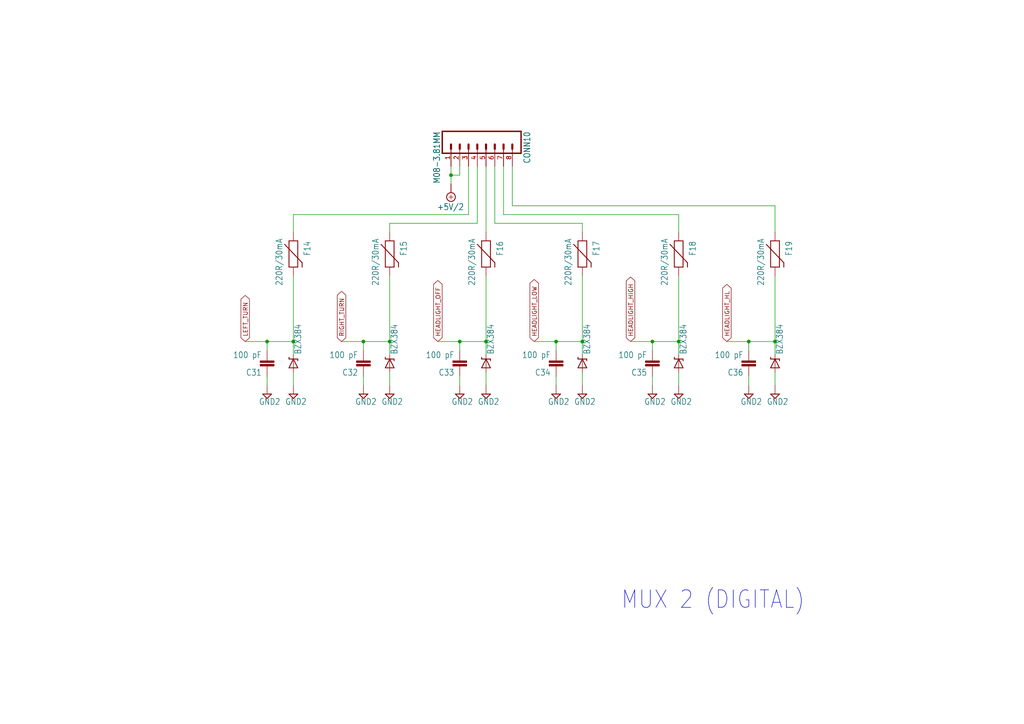
<source format=kicad_sch>
(kicad_sch
	(version 20231120)
	(generator "eeschema")
	(generator_version "8.0")
	(uuid "dde609b8-f64b-4197-ace3-0bae9770d133")
	(paper "A4")
	(lib_symbols
		(symbol "sim-daq-eagle-import:+5V/2"
			(power)
			(exclude_from_sim no)
			(in_bom yes)
			(on_board yes)
			(property "Reference" "#SUPPLY"
				(at 0 0 0)
				(effects
					(font
						(size 1.27 1.27)
					)
					(hide yes)
				)
			)
			(property "Value" ""
				(at -3.81 3.175 0)
				(effects
					(font
						(size 1.778 1.5113)
					)
					(justify left bottom)
				)
			)
			(property "Footprint" ""
				(at 0 0 0)
				(effects
					(font
						(size 1.27 1.27)
					)
					(hide yes)
				)
			)
			(property "Datasheet" ""
				(at 0 0 0)
				(effects
					(font
						(size 1.27 1.27)
					)
					(hide yes)
				)
			)
			(property "Description" "SUPPLY SYMBOL"
				(at 0 0 0)
				(effects
					(font
						(size 1.27 1.27)
					)
					(hide yes)
				)
			)
			(property "ki_locked" ""
				(at 0 0 0)
				(effects
					(font
						(size 1.27 1.27)
					)
				)
			)
			(symbol "+5V/2_1_0"
				(polyline
					(pts
						(xy -0.635 1.27) (xy 0.635 1.27)
					)
					(stroke
						(width 0.1524)
						(type solid)
					)
					(fill
						(type none)
					)
				)
				(polyline
					(pts
						(xy 0 0.635) (xy 0 1.905)
					)
					(stroke
						(width 0.1524)
						(type solid)
					)
					(fill
						(type none)
					)
				)
				(circle
					(center 0 1.27)
					(radius 1.27)
					(stroke
						(width 0.254)
						(type solid)
					)
					(fill
						(type none)
					)
				)
				(pin power_in line
					(at 0 -2.54 90)
					(length 2.54)
					(name "+5V/2"
						(effects
							(font
								(size 0 0)
							)
						)
					)
					(number "1"
						(effects
							(font
								(size 0 0)
							)
						)
					)
				)
			)
		)
		(symbol "sim-daq-eagle-import:C-EUC0805"
			(exclude_from_sim no)
			(in_bom yes)
			(on_board yes)
			(property "Reference" "C"
				(at 1.524 0.381 0)
				(effects
					(font
						(size 1.778 1.5113)
					)
					(justify left bottom)
				)
			)
			(property "Value" ""
				(at 1.524 -4.699 0)
				(effects
					(font
						(size 1.778 1.5113)
					)
					(justify left bottom)
				)
			)
			(property "Footprint" "sim-daq:C0805"
				(at 0 0 0)
				(effects
					(font
						(size 1.27 1.27)
					)
					(hide yes)
				)
			)
			(property "Datasheet" ""
				(at 0 0 0)
				(effects
					(font
						(size 1.27 1.27)
					)
					(hide yes)
				)
			)
			(property "Description" "CAPACITOR, European symbol"
				(at 0 0 0)
				(effects
					(font
						(size 1.27 1.27)
					)
					(hide yes)
				)
			)
			(property "ki_locked" ""
				(at 0 0 0)
				(effects
					(font
						(size 1.27 1.27)
					)
				)
			)
			(symbol "C-EUC0805_1_0"
				(rectangle
					(start -2.032 -2.032)
					(end 2.032 -1.524)
					(stroke
						(width 0)
						(type default)
					)
					(fill
						(type outline)
					)
				)
				(rectangle
					(start -2.032 -1.016)
					(end 2.032 -0.508)
					(stroke
						(width 0)
						(type default)
					)
					(fill
						(type outline)
					)
				)
				(polyline
					(pts
						(xy 0 -2.54) (xy 0 -2.032)
					)
					(stroke
						(width 0.1524)
						(type solid)
					)
					(fill
						(type none)
					)
				)
				(polyline
					(pts
						(xy 0 0) (xy 0 -0.508)
					)
					(stroke
						(width 0.1524)
						(type solid)
					)
					(fill
						(type none)
					)
				)
				(pin passive line
					(at 0 2.54 270)
					(length 2.54)
					(name "1"
						(effects
							(font
								(size 0 0)
							)
						)
					)
					(number "1"
						(effects
							(font
								(size 0 0)
							)
						)
					)
				)
				(pin passive line
					(at 0 -5.08 90)
					(length 2.54)
					(name "2"
						(effects
							(font
								(size 0 0)
							)
						)
					)
					(number "2"
						(effects
							(font
								(size 0 0)
							)
						)
					)
				)
			)
		)
		(symbol "sim-daq-eagle-import:DIODE-ZENER-BZT52"
			(exclude_from_sim no)
			(in_bom yes)
			(on_board yes)
			(property "Reference" ""
				(at 2.54 0.4826 0)
				(effects
					(font
						(size 1.778 1.5113)
					)
					(justify left bottom)
					(hide yes)
				)
			)
			(property "Value" ""
				(at 2.54 -2.3114 0)
				(effects
					(font
						(size 1.778 1.5113)
					)
					(justify left bottom)
				)
			)
			(property "Footprint" "sim-daq:SOD-323"
				(at 0 0 0)
				(effects
					(font
						(size 1.27 1.27)
					)
					(hide yes)
				)
			)
			(property "Datasheet" ""
				(at 0 0 0)
				(effects
					(font
						(size 1.27 1.27)
					)
					(hide yes)
				)
			)
			(property "Description" "Zener Diode Production Part - 8199 3.4V Zener Voltage"
				(at 0 0 0)
				(effects
					(font
						(size 1.27 1.27)
					)
					(hide yes)
				)
			)
			(property "ki_locked" ""
				(at 0 0 0)
				(effects
					(font
						(size 1.27 1.27)
					)
				)
			)
			(symbol "DIODE-ZENER-BZT52_1_0"
				(polyline
					(pts
						(xy -1.27 -1.27) (xy 1.27 0)
					)
					(stroke
						(width 0.254)
						(type solid)
					)
					(fill
						(type none)
					)
				)
				(polyline
					(pts
						(xy -1.27 1.27) (xy -1.27 -1.27)
					)
					(stroke
						(width 0.254)
						(type solid)
					)
					(fill
						(type none)
					)
				)
				(polyline
					(pts
						(xy 1.27 -1.27) (xy 0.762 -1.27)
					)
					(stroke
						(width 0.254)
						(type solid)
					)
					(fill
						(type none)
					)
				)
				(polyline
					(pts
						(xy 1.27 0) (xy -1.27 1.27)
					)
					(stroke
						(width 0.254)
						(type solid)
					)
					(fill
						(type none)
					)
				)
				(polyline
					(pts
						(xy 1.27 0) (xy 1.27 -1.27)
					)
					(stroke
						(width 0.254)
						(type solid)
					)
					(fill
						(type none)
					)
				)
				(polyline
					(pts
						(xy 1.27 1.27) (xy 1.27 0)
					)
					(stroke
						(width 0.254)
						(type solid)
					)
					(fill
						(type none)
					)
				)
				(polyline
					(pts
						(xy 1.27 1.27) (xy 1.778 1.27)
					)
					(stroke
						(width 0.254)
						(type solid)
					)
					(fill
						(type none)
					)
				)
				(pin passive line
					(at -2.54 0 0)
					(length 2.54)
					(name "A"
						(effects
							(font
								(size 0 0)
							)
						)
					)
					(number "A"
						(effects
							(font
								(size 0 0)
							)
						)
					)
				)
				(pin passive line
					(at 2.54 0 180)
					(length 2.54)
					(name "C"
						(effects
							(font
								(size 0 0)
							)
						)
					)
					(number "C"
						(effects
							(font
								(size 0 0)
							)
						)
					)
				)
			)
		)
		(symbol "sim-daq-eagle-import:GND2"
			(power)
			(exclude_from_sim no)
			(in_bom yes)
			(on_board yes)
			(property "Reference" "#SUPPLY"
				(at 0 0 0)
				(effects
					(font
						(size 1.27 1.27)
					)
					(hide yes)
				)
			)
			(property "Value" ""
				(at -2.413 -3.175 0)
				(effects
					(font
						(size 1.778 1.5113)
					)
					(justify left bottom)
				)
			)
			(property "Footprint" ""
				(at 0 0 0)
				(effects
					(font
						(size 1.27 1.27)
					)
					(hide yes)
				)
			)
			(property "Datasheet" ""
				(at 0 0 0)
				(effects
					(font
						(size 1.27 1.27)
					)
					(hide yes)
				)
			)
			(property "Description" "SUPPLY SYMBOL"
				(at 0 0 0)
				(effects
					(font
						(size 1.27 1.27)
					)
					(hide yes)
				)
			)
			(property "ki_locked" ""
				(at 0 0 0)
				(effects
					(font
						(size 1.27 1.27)
					)
				)
			)
			(symbol "GND2_1_0"
				(polyline
					(pts
						(xy -1.27 0) (xy 1.27 0)
					)
					(stroke
						(width 0.254)
						(type solid)
					)
					(fill
						(type none)
					)
				)
				(polyline
					(pts
						(xy 0 -1.27) (xy -1.27 0)
					)
					(stroke
						(width 0.254)
						(type solid)
					)
					(fill
						(type none)
					)
				)
				(polyline
					(pts
						(xy 1.27 0) (xy 0 -1.27)
					)
					(stroke
						(width 0.254)
						(type solid)
					)
					(fill
						(type none)
					)
				)
				(pin power_in line
					(at 0 2.54 270)
					(length 2.54)
					(name "GND2"
						(effects
							(font
								(size 0 0)
							)
						)
					)
					(number "1"
						(effects
							(font
								(size 0 0)
							)
						)
					)
				)
			)
		)
		(symbol "sim-daq-eagle-import:M08-3.81MM"
			(exclude_from_sim no)
			(in_bom yes)
			(on_board yes)
			(property "Reference" "CONN"
				(at -2.54 21.082 0)
				(effects
					(font
						(size 1.778 1.5113)
					)
					(justify left bottom)
				)
			)
			(property "Value" ""
				(at -2.54 -5.08 0)
				(effects
					(font
						(size 1.778 1.5113)
					)
					(justify left bottom)
				)
			)
			(property "Footprint" "sim-daq:M08-3.81"
				(at 0 0 0)
				(effects
					(font
						(size 1.27 1.27)
					)
					(hide yes)
				)
			)
			(property "Datasheet" ""
				(at 0 0 0)
				(effects
					(font
						(size 1.27 1.27)
					)
					(hide yes)
				)
			)
			(property "Description" ""
				(at 0 0 0)
				(effects
					(font
						(size 1.27 1.27)
					)
					(hide yes)
				)
			)
			(property "ki_locked" ""
				(at 0 0 0)
				(effects
					(font
						(size 1.27 1.27)
					)
				)
			)
			(symbol "M08-3.81MM_1_0"
				(polyline
					(pts
						(xy -2.54 20.32) (xy -2.54 -2.54)
					)
					(stroke
						(width 0.4064)
						(type solid)
					)
					(fill
						(type none)
					)
				)
				(polyline
					(pts
						(xy -2.54 20.32) (xy 3.81 20.32)
					)
					(stroke
						(width 0.4064)
						(type solid)
					)
					(fill
						(type none)
					)
				)
				(polyline
					(pts
						(xy 1.27 0) (xy 2.54 0)
					)
					(stroke
						(width 0.6096)
						(type solid)
					)
					(fill
						(type none)
					)
				)
				(polyline
					(pts
						(xy 1.27 2.54) (xy 2.54 2.54)
					)
					(stroke
						(width 0.6096)
						(type solid)
					)
					(fill
						(type none)
					)
				)
				(polyline
					(pts
						(xy 1.27 5.08) (xy 2.54 5.08)
					)
					(stroke
						(width 0.6096)
						(type solid)
					)
					(fill
						(type none)
					)
				)
				(polyline
					(pts
						(xy 1.27 7.62) (xy 2.54 7.62)
					)
					(stroke
						(width 0.6096)
						(type solid)
					)
					(fill
						(type none)
					)
				)
				(polyline
					(pts
						(xy 1.27 10.16) (xy 2.54 10.16)
					)
					(stroke
						(width 0.6096)
						(type solid)
					)
					(fill
						(type none)
					)
				)
				(polyline
					(pts
						(xy 1.27 12.7) (xy 2.54 12.7)
					)
					(stroke
						(width 0.6096)
						(type solid)
					)
					(fill
						(type none)
					)
				)
				(polyline
					(pts
						(xy 1.27 15.24) (xy 2.54 15.24)
					)
					(stroke
						(width 0.6096)
						(type solid)
					)
					(fill
						(type none)
					)
				)
				(polyline
					(pts
						(xy 1.27 17.78) (xy 2.54 17.78)
					)
					(stroke
						(width 0.6096)
						(type solid)
					)
					(fill
						(type none)
					)
				)
				(polyline
					(pts
						(xy 3.81 -2.54) (xy -2.54 -2.54)
					)
					(stroke
						(width 0.4064)
						(type solid)
					)
					(fill
						(type none)
					)
				)
				(polyline
					(pts
						(xy 3.81 -2.54) (xy 3.81 20.32)
					)
					(stroke
						(width 0.4064)
						(type solid)
					)
					(fill
						(type none)
					)
				)
				(pin passive line
					(at 7.62 0 180)
					(length 5.08)
					(name "1"
						(effects
							(font
								(size 0 0)
							)
						)
					)
					(number "1"
						(effects
							(font
								(size 1.27 1.27)
							)
						)
					)
				)
				(pin passive line
					(at 7.62 2.54 180)
					(length 5.08)
					(name "2"
						(effects
							(font
								(size 0 0)
							)
						)
					)
					(number "2"
						(effects
							(font
								(size 1.27 1.27)
							)
						)
					)
				)
				(pin passive line
					(at 7.62 5.08 180)
					(length 5.08)
					(name "3"
						(effects
							(font
								(size 0 0)
							)
						)
					)
					(number "3"
						(effects
							(font
								(size 1.27 1.27)
							)
						)
					)
				)
				(pin passive line
					(at 7.62 7.62 180)
					(length 5.08)
					(name "4"
						(effects
							(font
								(size 0 0)
							)
						)
					)
					(number "4"
						(effects
							(font
								(size 1.27 1.27)
							)
						)
					)
				)
				(pin passive line
					(at 7.62 10.16 180)
					(length 5.08)
					(name "5"
						(effects
							(font
								(size 0 0)
							)
						)
					)
					(number "5"
						(effects
							(font
								(size 1.27 1.27)
							)
						)
					)
				)
				(pin passive line
					(at 7.62 12.7 180)
					(length 5.08)
					(name "6"
						(effects
							(font
								(size 0 0)
							)
						)
					)
					(number "6"
						(effects
							(font
								(size 1.27 1.27)
							)
						)
					)
				)
				(pin passive line
					(at 7.62 15.24 180)
					(length 5.08)
					(name "7"
						(effects
							(font
								(size 0 0)
							)
						)
					)
					(number "7"
						(effects
							(font
								(size 1.27 1.27)
							)
						)
					)
				)
				(pin passive line
					(at 7.62 17.78 180)
					(length 5.08)
					(name "8"
						(effects
							(font
								(size 0 0)
							)
						)
					)
					(number "8"
						(effects
							(font
								(size 1.27 1.27)
							)
						)
					)
				)
			)
		)
		(symbol "sim-daq-eagle-import:PTC0603"
			(exclude_from_sim no)
			(in_bom yes)
			(on_board yes)
			(property "Reference" "F"
				(at -2.54 3.048 0)
				(effects
					(font
						(size 1.778 1.5113)
					)
					(justify left bottom)
				)
			)
			(property "Value" ""
				(at -3.302 -5.08 0)
				(effects
					(font
						(size 1.778 1.5113)
					)
					(justify left bottom)
				)
			)
			(property "Footprint" "sim-daq:0603"
				(at 0 0 0)
				(effects
					(font
						(size 1.27 1.27)
					)
					(hide yes)
				)
			)
			(property "Datasheet" ""
				(at 0 0 0)
				(effects
					(font
						(size 1.27 1.27)
					)
					(hide yes)
				)
			)
			(property "Description" "Resettable Fuse PTC Resettable Fuse. Spark Fun Electronics SKU : COM-08357"
				(at 0 0 0)
				(effects
					(font
						(size 1.27 1.27)
					)
					(hide yes)
				)
			)
			(property "ki_locked" ""
				(at 0 0 0)
				(effects
					(font
						(size 1.27 1.27)
					)
				)
			)
			(symbol "PTC0603_1_0"
				(polyline
					(pts
						(xy -2.54 -1.27) (xy -2.54 1.27)
					)
					(stroke
						(width 0.254)
						(type solid)
					)
					(fill
						(type none)
					)
				)
				(polyline
					(pts
						(xy -2.54 1.27) (xy 5.08 1.27)
					)
					(stroke
						(width 0.254)
						(type solid)
					)
					(fill
						(type none)
					)
				)
				(polyline
					(pts
						(xy -1.524 -2.54) (xy 3.81 2.54)
					)
					(stroke
						(width 0.254)
						(type solid)
					)
					(fill
						(type none)
					)
				)
				(polyline
					(pts
						(xy 3.81 2.54) (xy 5.08 2.54)
					)
					(stroke
						(width 0.254)
						(type solid)
					)
					(fill
						(type none)
					)
				)
				(polyline
					(pts
						(xy 5.08 -1.27) (xy -2.54 -1.27)
					)
					(stroke
						(width 0.254)
						(type solid)
					)
					(fill
						(type none)
					)
				)
				(polyline
					(pts
						(xy 5.08 1.27) (xy 5.08 -1.27)
					)
					(stroke
						(width 0.254)
						(type solid)
					)
					(fill
						(type none)
					)
				)
				(pin bidirectional line
					(at -5.08 0 0)
					(length 2.54)
					(name "1"
						(effects
							(font
								(size 0 0)
							)
						)
					)
					(number "1"
						(effects
							(font
								(size 0 0)
							)
						)
					)
				)
				(pin bidirectional line
					(at 7.62 0 180)
					(length 2.54)
					(name "2"
						(effects
							(font
								(size 0 0)
							)
						)
					)
					(number "2"
						(effects
							(font
								(size 0 0)
							)
						)
					)
				)
			)
		)
	)
	(junction
		(at 224.79 99.06)
		(diameter 0)
		(color 0 0 0 0)
		(uuid "0927720e-9a12-4191-9411-8daacb166d22")
	)
	(junction
		(at 133.35 99.06)
		(diameter 0)
		(color 0 0 0 0)
		(uuid "2379509a-5ae3-43a7-bff9-8d85b0b45d1f")
	)
	(junction
		(at 113.03 99.06)
		(diameter 0)
		(color 0 0 0 0)
		(uuid "4c4136c2-2728-4317-8eae-c6abe157177c")
	)
	(junction
		(at 189.23 99.06)
		(diameter 0)
		(color 0 0 0 0)
		(uuid "5392b7d8-c583-4eea-9432-3a90fb849b1a")
	)
	(junction
		(at 85.09 99.06)
		(diameter 0)
		(color 0 0 0 0)
		(uuid "57e8dd5e-b3d3-488f-a6c8-5641156c91dd")
	)
	(junction
		(at 77.47 99.06)
		(diameter 0)
		(color 0 0 0 0)
		(uuid "621f13b5-4ec8-46c2-9342-280bdb02a883")
	)
	(junction
		(at 196.85 99.06)
		(diameter 0)
		(color 0 0 0 0)
		(uuid "863f1ef3-02eb-421f-893f-6f2c84b3cd3e")
	)
	(junction
		(at 140.97 99.06)
		(diameter 0)
		(color 0 0 0 0)
		(uuid "90a5c9af-5878-470a-89ad-1e0edb616081")
	)
	(junction
		(at 161.29 99.06)
		(diameter 0)
		(color 0 0 0 0)
		(uuid "98908955-9cca-485d-860c-fe7049f1cef1")
	)
	(junction
		(at 105.41 99.06)
		(diameter 0)
		(color 0 0 0 0)
		(uuid "996bfe90-8ca8-4db6-a2ce-f57a3235bb13")
	)
	(junction
		(at 217.17 99.06)
		(diameter 0)
		(color 0 0 0 0)
		(uuid "c9a283e5-6cc2-44a6-a675-b6297c6e1879")
	)
	(junction
		(at 168.91 99.06)
		(diameter 0)
		(color 0 0 0 0)
		(uuid "d7222f5e-b6c4-4915-9541-01f366dffc93")
	)
	(junction
		(at 130.81 50.8)
		(diameter 0)
		(color 0 0 0 0)
		(uuid "eebc51ca-fd04-4677-ad68-094c7cee8c04")
	)
	(wire
		(pts
			(xy 133.35 99.06) (xy 127 99.06)
		)
		(stroke
			(width 0.1524)
			(type solid)
		)
		(uuid "08a3d072-8fb4-4f4e-87c8-5ca6f17b4163")
	)
	(wire
		(pts
			(xy 113.03 67.31) (xy 113.03 64.77)
		)
		(stroke
			(width 0.1524)
			(type solid)
		)
		(uuid "096cd3c0-aa00-4c41-9c06-f5d03d132278")
	)
	(wire
		(pts
			(xy 224.79 111.76) (xy 224.79 107.95)
		)
		(stroke
			(width 0.1524)
			(type solid)
		)
		(uuid "111ab188-02e3-4de4-ad0b-d7797b040e13")
	)
	(wire
		(pts
			(xy 113.03 64.77) (xy 138.43 64.77)
		)
		(stroke
			(width 0.1524)
			(type solid)
		)
		(uuid "13a02855-58de-46d8-92d5-34ba54b6f7c1")
	)
	(wire
		(pts
			(xy 196.85 111.76) (xy 196.85 107.95)
		)
		(stroke
			(width 0.1524)
			(type solid)
		)
		(uuid "14d4e7fa-f037-4381-aafa-5d1e11c309ce")
	)
	(wire
		(pts
			(xy 105.41 99.06) (xy 113.03 99.06)
		)
		(stroke
			(width 0.1524)
			(type solid)
		)
		(uuid "188a0746-af3a-4515-9bdb-03f8f6d4c867")
	)
	(wire
		(pts
			(xy 140.97 67.31) (xy 140.97 48.26)
		)
		(stroke
			(width 0.1524)
			(type solid)
		)
		(uuid "1a6e825c-3e3f-467c-9c95-05bcac1bd6d4")
	)
	(wire
		(pts
			(xy 133.35 50.8) (xy 130.81 50.8)
		)
		(stroke
			(width 0.1524)
			(type solid)
		)
		(uuid "1c0e7100-d77b-41fc-8e30-24e85a93bf07")
	)
	(wire
		(pts
			(xy 189.23 111.76) (xy 189.23 109.22)
		)
		(stroke
			(width 0.1524)
			(type solid)
		)
		(uuid "22ce0f98-463b-4968-b8b5-b76de3b69bc9")
	)
	(wire
		(pts
			(xy 113.03 111.76) (xy 113.03 107.95)
		)
		(stroke
			(width 0.1524)
			(type solid)
		)
		(uuid "29784c57-2b34-4fba-b7a6-d5153f5cb10f")
	)
	(wire
		(pts
			(xy 224.79 102.87) (xy 224.79 99.06)
		)
		(stroke
			(width 0.1524)
			(type solid)
		)
		(uuid "2d266a7b-c65d-4afb-8978-24dce132e13e")
	)
	(wire
		(pts
			(xy 77.47 101.6) (xy 77.47 99.06)
		)
		(stroke
			(width 0.1524)
			(type solid)
		)
		(uuid "2d76725f-6677-4d07-a176-43f155c76159")
	)
	(wire
		(pts
			(xy 85.09 62.23) (xy 135.89 62.23)
		)
		(stroke
			(width 0.1524)
			(type solid)
		)
		(uuid "36095c28-6d1c-4758-bec3-5c4901987415")
	)
	(wire
		(pts
			(xy 217.17 111.76) (xy 217.17 109.22)
		)
		(stroke
			(width 0.1524)
			(type solid)
		)
		(uuid "38c08305-ea77-4390-b905-8e619ca11835")
	)
	(wire
		(pts
			(xy 161.29 99.06) (xy 168.91 99.06)
		)
		(stroke
			(width 0.1524)
			(type solid)
		)
		(uuid "38e7bdbf-b84f-439c-9222-c1f910997333")
	)
	(wire
		(pts
			(xy 168.91 67.31) (xy 168.91 64.77)
		)
		(stroke
			(width 0.1524)
			(type solid)
		)
		(uuid "3a787745-dcba-4772-87e4-aaf010adb09e")
	)
	(wire
		(pts
			(xy 85.09 80.01) (xy 85.09 99.06)
		)
		(stroke
			(width 0.1524)
			(type solid)
		)
		(uuid "3e74f5a8-47bb-4daf-b4ca-0c3aecc57969")
	)
	(wire
		(pts
			(xy 168.91 111.76) (xy 168.91 107.95)
		)
		(stroke
			(width 0.1524)
			(type solid)
		)
		(uuid "44a58f64-389a-41a4-afa9-de66688c1434")
	)
	(wire
		(pts
			(xy 105.41 111.76) (xy 105.41 109.22)
		)
		(stroke
			(width 0.1524)
			(type solid)
		)
		(uuid "51870d72-d567-44ef-a1f1-7b78c5513246")
	)
	(wire
		(pts
			(xy 113.03 102.87) (xy 113.03 99.06)
		)
		(stroke
			(width 0.1524)
			(type solid)
		)
		(uuid "62065efb-82fc-4dec-a62c-2e95bb7afd8e")
	)
	(wire
		(pts
			(xy 133.35 111.76) (xy 133.35 109.22)
		)
		(stroke
			(width 0.1524)
			(type solid)
		)
		(uuid "62a86df0-f921-4fad-b772-5a3c93ba68fa")
	)
	(wire
		(pts
			(xy 148.59 59.69) (xy 148.59 48.26)
		)
		(stroke
			(width 0.1524)
			(type solid)
		)
		(uuid "6c3a40a6-2206-4311-99dd-5bf1a7f0ddb2")
	)
	(wire
		(pts
			(xy 189.23 99.06) (xy 196.85 99.06)
		)
		(stroke
			(width 0.1524)
			(type solid)
		)
		(uuid "7115a6f2-7c33-452c-bbee-4f06c6ff77dd")
	)
	(wire
		(pts
			(xy 168.91 80.01) (xy 168.91 99.06)
		)
		(stroke
			(width 0.1524)
			(type solid)
		)
		(uuid "7140f938-835c-46de-add2-27d75b9b78f8")
	)
	(wire
		(pts
			(xy 196.85 62.23) (xy 146.05 62.23)
		)
		(stroke
			(width 0.1524)
			(type solid)
		)
		(uuid "75047da2-8303-4d48-b2f3-d954acb0ab3e")
	)
	(wire
		(pts
			(xy 146.05 62.23) (xy 146.05 48.26)
		)
		(stroke
			(width 0.1524)
			(type solid)
		)
		(uuid "757cda2e-ecc2-4f10-825e-6a4d4eed2ffd")
	)
	(wire
		(pts
			(xy 217.17 101.6) (xy 217.17 99.06)
		)
		(stroke
			(width 0.1524)
			(type solid)
		)
		(uuid "7ea9daba-d7d1-4180-89e7-173cd960fb3f")
	)
	(wire
		(pts
			(xy 135.89 62.23) (xy 135.89 48.26)
		)
		(stroke
			(width 0.1524)
			(type solid)
		)
		(uuid "81df8eb8-cf59-463f-8729-5344293129ed")
	)
	(wire
		(pts
			(xy 130.81 50.8) (xy 130.81 48.26)
		)
		(stroke
			(width 0.1524)
			(type solid)
		)
		(uuid "8244d9fd-1dbf-43b6-9696-82862b19649c")
	)
	(wire
		(pts
			(xy 85.09 67.31) (xy 85.09 62.23)
		)
		(stroke
			(width 0.1524)
			(type solid)
		)
		(uuid "85c0e6e0-4c35-4b3e-b373-a7d398718480")
	)
	(wire
		(pts
			(xy 189.23 101.6) (xy 189.23 99.06)
		)
		(stroke
			(width 0.1524)
			(type solid)
		)
		(uuid "86543b22-3900-4b20-8bc4-c16679f03ad1")
	)
	(wire
		(pts
			(xy 189.23 99.06) (xy 182.88 99.06)
		)
		(stroke
			(width 0.1524)
			(type solid)
		)
		(uuid "8be1aa64-3756-4224-84cc-3c2b9bfd842e")
	)
	(wire
		(pts
			(xy 77.47 99.06) (xy 85.09 99.06)
		)
		(stroke
			(width 0.1524)
			(type solid)
		)
		(uuid "8dc8f22e-a591-4474-bc26-9303536b65af")
	)
	(wire
		(pts
			(xy 140.97 102.87) (xy 140.97 99.06)
		)
		(stroke
			(width 0.1524)
			(type solid)
		)
		(uuid "98e6f656-37fa-4499-98f2-e492fa790455")
	)
	(wire
		(pts
			(xy 140.97 111.76) (xy 140.97 107.95)
		)
		(stroke
			(width 0.1524)
			(type solid)
		)
		(uuid "990ce768-8e31-4e1d-bf44-b49e0305dc63")
	)
	(wire
		(pts
			(xy 224.79 80.01) (xy 224.79 99.06)
		)
		(stroke
			(width 0.1524)
			(type solid)
		)
		(uuid "9ac64b7f-2bbb-4222-97de-8eb63d9d2078")
	)
	(wire
		(pts
			(xy 217.17 99.06) (xy 210.82 99.06)
		)
		(stroke
			(width 0.1524)
			(type solid)
		)
		(uuid "a18fc510-6daf-4b6d-827c-b66001a31bde")
	)
	(wire
		(pts
			(xy 161.29 99.06) (xy 154.94 99.06)
		)
		(stroke
			(width 0.1524)
			(type solid)
		)
		(uuid "a55d2578-3c87-4245-9e53-37df60d195ba")
	)
	(wire
		(pts
			(xy 161.29 111.76) (xy 161.29 109.22)
		)
		(stroke
			(width 0.1524)
			(type solid)
		)
		(uuid "a8ddc461-dcf0-4f60-9955-cfc135d974ae")
	)
	(wire
		(pts
			(xy 224.79 67.31) (xy 224.79 59.69)
		)
		(stroke
			(width 0.1524)
			(type solid)
		)
		(uuid "ab2d401f-841f-4ff1-9695-07df657a4796")
	)
	(wire
		(pts
			(xy 140.97 80.01) (xy 140.97 99.06)
		)
		(stroke
			(width 0.1524)
			(type solid)
		)
		(uuid "c1188cda-7d66-41f7-b52e-99a31a71eedd")
	)
	(wire
		(pts
			(xy 77.47 99.06) (xy 71.12 99.06)
		)
		(stroke
			(width 0.1524)
			(type solid)
		)
		(uuid "c329978f-eed1-4843-9d98-587d2fe9cadb")
	)
	(wire
		(pts
			(xy 138.43 64.77) (xy 138.43 48.26)
		)
		(stroke
			(width 0.1524)
			(type solid)
		)
		(uuid "c38847c2-703d-4e0c-b6d0-ea417988c380")
	)
	(wire
		(pts
			(xy 133.35 99.06) (xy 140.97 99.06)
		)
		(stroke
			(width 0.1524)
			(type solid)
		)
		(uuid "d10b421a-f537-46f9-9d29-35f77ec9fe7c")
	)
	(wire
		(pts
			(xy 133.35 48.26) (xy 133.35 50.8)
		)
		(stroke
			(width 0.1524)
			(type solid)
		)
		(uuid "d2dedb67-aaf4-409c-b32f-2f5cbf826ae3")
	)
	(wire
		(pts
			(xy 105.41 101.6) (xy 105.41 99.06)
		)
		(stroke
			(width 0.1524)
			(type solid)
		)
		(uuid "d3e7ea90-b0c8-4ff7-a937-45b6b6372ce8")
	)
	(wire
		(pts
			(xy 168.91 64.77) (xy 143.51 64.77)
		)
		(stroke
			(width 0.1524)
			(type solid)
		)
		(uuid "d5a9c75b-a431-4177-b71b-358268bb621a")
	)
	(wire
		(pts
			(xy 77.47 111.76) (xy 77.47 109.22)
		)
		(stroke
			(width 0.1524)
			(type solid)
		)
		(uuid "dd5d06dc-4310-4178-b416-31191da3eebf")
	)
	(wire
		(pts
			(xy 85.09 102.87) (xy 85.09 99.06)
		)
		(stroke
			(width 0.1524)
			(type solid)
		)
		(uuid "ddc29849-de88-4900-8508-d63d4230e627")
	)
	(wire
		(pts
			(xy 196.85 80.01) (xy 196.85 99.06)
		)
		(stroke
			(width 0.1524)
			(type solid)
		)
		(uuid "e49e58eb-3eaf-4997-bd14-ca6db7aee5b8")
	)
	(wire
		(pts
			(xy 161.29 101.6) (xy 161.29 99.06)
		)
		(stroke
			(width 0.1524)
			(type solid)
		)
		(uuid "e8217eca-f0c5-42d3-a3db-b1e8f6b10c21")
	)
	(wire
		(pts
			(xy 85.09 111.76) (xy 85.09 107.95)
		)
		(stroke
			(width 0.1524)
			(type solid)
		)
		(uuid "e8a5bae7-c732-4b4f-8b07-790ab14d0627")
	)
	(wire
		(pts
			(xy 217.17 99.06) (xy 224.79 99.06)
		)
		(stroke
			(width 0.1524)
			(type solid)
		)
		(uuid "e8ee5f4c-ffbe-4376-a341-b477a6609dbe")
	)
	(wire
		(pts
			(xy 224.79 59.69) (xy 148.59 59.69)
		)
		(stroke
			(width 0.1524)
			(type solid)
		)
		(uuid "e993084b-58c5-4a37-9bb0-0b863d4310c9")
	)
	(wire
		(pts
			(xy 196.85 67.31) (xy 196.85 62.23)
		)
		(stroke
			(width 0.1524)
			(type solid)
		)
		(uuid "ec9a492e-9ccf-456f-aa6f-e8f7bde543ba")
	)
	(wire
		(pts
			(xy 133.35 101.6) (xy 133.35 99.06)
		)
		(stroke
			(width 0.1524)
			(type solid)
		)
		(uuid "f11e9545-410f-4575-8789-5981e42697e3")
	)
	(wire
		(pts
			(xy 168.91 102.87) (xy 168.91 99.06)
		)
		(stroke
			(width 0.1524)
			(type solid)
		)
		(uuid "f1a7f04a-815f-43b9-a079-5aa7f6728ba6")
	)
	(wire
		(pts
			(xy 130.81 50.8) (xy 130.81 53.34)
		)
		(stroke
			(width 0)
			(type default)
		)
		(uuid "f75c3100-4c20-4b3d-a613-73e3e2b20f93")
	)
	(wire
		(pts
			(xy 143.51 64.77) (xy 143.51 48.26)
		)
		(stroke
			(width 0.1524)
			(type solid)
		)
		(uuid "fbdeb4df-d7f0-42d2-bd85-da010ee68cd1")
	)
	(wire
		(pts
			(xy 105.41 99.06) (xy 99.06 99.06)
		)
		(stroke
			(width 0.1524)
			(type solid)
		)
		(uuid "fc27fd80-ffc5-43bd-ab92-0e71e0f65a11")
	)
	(wire
		(pts
			(xy 113.03 80.01) (xy 113.03 99.06)
		)
		(stroke
			(width 0.1524)
			(type solid)
		)
		(uuid "fe2a9487-101f-43e0-bec8-37772c4c45b4")
	)
	(wire
		(pts
			(xy 196.85 102.87) (xy 196.85 99.06)
		)
		(stroke
			(width 0.1524)
			(type solid)
		)
		(uuid "fe47cafd-76df-42f6-8a15-b945474d736b")
	)
	(text "MUX 2 (DIGITAL)"
		(exclude_from_sim no)
		(at 180.086 177.038 0)
		(effects
			(font
				(size 5.08 4.318)
			)
			(justify left bottom)
		)
		(uuid "be807f51-6626-4f89-8cb1-d11576c7e02b")
	)
	(global_label "LEFT_TURN"
		(shape bidirectional)
		(at 71.12 99.06 90)
		(fields_autoplaced yes)
		(effects
			(font
				(size 1.2446 1.2446)
			)
			(justify left)
		)
		(uuid "550c027f-753f-4aff-80cf-9e009da6668f")
		(property "Intersheetrefs" "${INTERSHEET_REFS}"
			(at 71.12 85.1481 90)
			(effects
				(font
					(size 1.27 1.27)
				)
				(justify left)
				(hide yes)
			)
		)
	)
	(global_label "HEADLIGHT_LOW"
		(shape bidirectional)
		(at 154.94 99.06 90)
		(fields_autoplaced yes)
		(effects
			(font
				(size 1.2446 1.2446)
			)
			(justify left)
		)
		(uuid "6935ecf2-b404-4c9b-9e3f-b7bf62d9fed7")
		(property "Intersheetrefs" "${INTERSHEET_REFS}"
			(at 154.94 80.5253 90)
			(effects
				(font
					(size 1.27 1.27)
				)
				(justify left)
				(hide yes)
			)
		)
	)
	(global_label "HEADLIGHT_OFF"
		(shape bidirectional)
		(at 127 99.06 90)
		(fields_autoplaced yes)
		(effects
			(font
				(size 1.2446 1.2446)
			)
			(justify left)
		)
		(uuid "b2556096-7ffc-45e2-98cc-4d0276dc7115")
		(property "Intersheetrefs" "${INTERSHEET_REFS}"
			(at 127 80.8216 90)
			(effects
				(font
					(size 1.27 1.27)
				)
				(justify left)
				(hide yes)
			)
		)
	)
	(global_label "RIGHT_TURN"
		(shape bidirectional)
		(at 99.06 99.06 90)
		(fields_autoplaced yes)
		(effects
			(font
				(size 1.2446 1.2446)
			)
			(justify left)
		)
		(uuid "c5c25b4b-3b85-426f-9b38-f54a053a77d7")
		(property "Intersheetrefs" "${INTERSHEET_REFS}"
			(at 99.06 83.9627 90)
			(effects
				(font
					(size 1.27 1.27)
				)
				(justify left)
				(hide yes)
			)
		)
	)
	(global_label "HEADLIGHT_HIGH"
		(shape bidirectional)
		(at 182.88 99.06 90)
		(fields_autoplaced yes)
		(effects
			(font
				(size 1.2446 1.2446)
			)
			(justify left)
		)
		(uuid "decd1510-a32a-484a-ad15-ef1b2d54cd0c")
		(property "Intersheetrefs" "${INTERSHEET_REFS}"
			(at 182.88 79.814 90)
			(effects
				(font
					(size 1.27 1.27)
				)
				(justify left)
				(hide yes)
			)
		)
	)
	(global_label "HEADLIGHT_HL"
		(shape bidirectional)
		(at 210.82 99.06 90)
		(fields_autoplaced yes)
		(effects
			(font
				(size 1.2446 1.2446)
			)
			(justify left)
		)
		(uuid "eb70f107-1063-4f9a-b7ee-67673585deb6")
		(property "Intersheetrefs" "${INTERSHEET_REFS}"
			(at 210.82 81.9477 90)
			(effects
				(font
					(size 1.27 1.27)
				)
				(justify left)
				(hide yes)
			)
		)
	)
	(symbol
		(lib_id "sim-daq-eagle-import:PTC0603")
		(at 85.09 72.39 270)
		(unit 1)
		(exclude_from_sim no)
		(in_bom yes)
		(on_board yes)
		(dnp no)
		(uuid "087a4b31-2cdd-4f71-a499-97338c034b6d")
		(property "Reference" "F14"
			(at 88.138 69.85 0)
			(effects
				(font
					(size 1.778 1.5113)
				)
				(justify left bottom)
			)
		)
		(property "Value" "220R/30mA"
			(at 80.01 69.088 0)
			(effects
				(font
					(size 1.778 1.5113)
				)
				(justify left bottom)
			)
		)
		(property "Footprint" "sim-daq:0603"
			(at 85.09 72.39 0)
			(effects
				(font
					(size 1.27 1.27)
				)
				(hide yes)
			)
		)
		(property "Datasheet" ""
			(at 85.09 72.39 0)
			(effects
				(font
					(size 1.27 1.27)
				)
				(hide yes)
			)
		)
		(property "Description" ""
			(at 85.09 72.39 0)
			(effects
				(font
					(size 1.27 1.27)
				)
				(hide yes)
			)
		)
		(property "PARTNO" "*"
			(at 85.09 72.39 90)
			(effects
				(font
					(size 1.27 1.27)
				)
				(justify left bottom)
				(hide yes)
			)
		)
		(pin "2"
			(uuid "80f5c55a-c17d-49d6-8c28-7dc527099864")
		)
		(pin "1"
			(uuid "7cbff21f-b987-400d-ad2e-452e74bb1c23")
		)
		(instances
			(project "sim-daq"
				(path "/49d127e9-4d55-4359-a72f-e53f94e14ae0/2dbc0869-cc53-44ac-b98c-dcd3fbb3dc19"
					(reference "F14")
					(unit 1)
				)
			)
		)
	)
	(symbol
		(lib_id "sim-daq-eagle-import:C-EUC0805")
		(at 217.17 106.68 180)
		(unit 1)
		(exclude_from_sim no)
		(in_bom yes)
		(on_board yes)
		(dnp no)
		(uuid "0c7ccac0-41ac-4b23-b30a-2880f0431821")
		(property "Reference" "C36"
			(at 215.646 107.061 0)
			(effects
				(font
					(size 1.778 1.5113)
				)
				(justify left bottom)
			)
		)
		(property "Value" "100 pF"
			(at 215.646 101.981 0)
			(effects
				(font
					(size 1.778 1.5113)
				)
				(justify left bottom)
			)
		)
		(property "Footprint" "sim-daq:C0805"
			(at 217.17 106.68 0)
			(effects
				(font
					(size 1.27 1.27)
				)
				(hide yes)
			)
		)
		(property "Datasheet" ""
			(at 217.17 106.68 0)
			(effects
				(font
					(size 1.27 1.27)
				)
				(hide yes)
			)
		)
		(property "Description" ""
			(at 217.17 106.68 0)
			(effects
				(font
					(size 1.27 1.27)
				)
				(hide yes)
			)
		)
		(property "PARTNO" "*"
			(at 217.17 106.68 0)
			(effects
				(font
					(size 1.27 1.27)
				)
				(justify right top)
				(hide yes)
			)
		)
		(pin "1"
			(uuid "3faa384b-eb93-4963-9358-1dbf9e1f50d2")
		)
		(pin "2"
			(uuid "1bac092b-bb24-4600-8cd5-721a7548c9c8")
		)
		(instances
			(project "sim-daq"
				(path "/49d127e9-4d55-4359-a72f-e53f94e14ae0/2dbc0869-cc53-44ac-b98c-dcd3fbb3dc19"
					(reference "C36")
					(unit 1)
				)
			)
		)
	)
	(symbol
		(lib_id "sim-daq-eagle-import:PTC0603")
		(at 196.85 72.39 270)
		(unit 1)
		(exclude_from_sim no)
		(in_bom yes)
		(on_board yes)
		(dnp no)
		(uuid "14a1d81d-b0c2-4a50-b83f-cf0e47c7971f")
		(property "Reference" "F18"
			(at 199.898 69.85 0)
			(effects
				(font
					(size 1.778 1.5113)
				)
				(justify left bottom)
			)
		)
		(property "Value" "220R/30mA"
			(at 191.77 69.088 0)
			(effects
				(font
					(size 1.778 1.5113)
				)
				(justify left bottom)
			)
		)
		(property "Footprint" "sim-daq:0603"
			(at 196.85 72.39 0)
			(effects
				(font
					(size 1.27 1.27)
				)
				(hide yes)
			)
		)
		(property "Datasheet" ""
			(at 196.85 72.39 0)
			(effects
				(font
					(size 1.27 1.27)
				)
				(hide yes)
			)
		)
		(property "Description" ""
			(at 196.85 72.39 0)
			(effects
				(font
					(size 1.27 1.27)
				)
				(hide yes)
			)
		)
		(property "PARTNO" "*"
			(at 196.85 72.39 90)
			(effects
				(font
					(size 1.27 1.27)
				)
				(justify left bottom)
				(hide yes)
			)
		)
		(pin "2"
			(uuid "25bf8ac9-4e6c-4a22-90c8-6eabf1dafe91")
		)
		(pin "1"
			(uuid "fad42998-fae9-46a9-97ec-528ebda5e842")
		)
		(instances
			(project "sim-daq"
				(path "/49d127e9-4d55-4359-a72f-e53f94e14ae0/2dbc0869-cc53-44ac-b98c-dcd3fbb3dc19"
					(reference "F18")
					(unit 1)
				)
			)
		)
	)
	(symbol
		(lib_id "sim-daq-eagle-import:DIODE-ZENER-BZT52")
		(at 196.85 105.41 90)
		(unit 1)
		(exclude_from_sim no)
		(in_bom yes)
		(on_board yes)
		(dnp no)
		(uuid "1574b176-5421-4cc4-b736-010ecc4948b9")
		(property "Reference" "D37"
			(at 196.3674 102.87 0)
			(effects
				(font
					(size 1.778 1.5113)
				)
				(justify left bottom)
				(hide yes)
			)
		)
		(property "Value" "BZX384"
			(at 199.1614 102.87 0)
			(effects
				(font
					(size 1.778 1.5113)
				)
				(justify left bottom)
			)
		)
		(property "Footprint" "sim-daq:SOD-323"
			(at 196.85 105.41 0)
			(effects
				(font
					(size 1.27 1.27)
				)
				(hide yes)
			)
		)
		(property "Datasheet" ""
			(at 196.85 105.41 0)
			(effects
				(font
					(size 1.27 1.27)
				)
				(hide yes)
			)
		)
		(property "Description" ""
			(at 196.85 105.41 0)
			(effects
				(font
					(size 1.27 1.27)
				)
				(hide yes)
			)
		)
		(property "PARTNO" "*"
			(at 196.85 105.41 90)
			(effects
				(font
					(size 1.27 1.27)
				)
				(justify right top)
				(hide yes)
			)
		)
		(pin "A"
			(uuid "79f20e4a-edf8-42e7-a910-ab83a083a1ae")
		)
		(pin "C"
			(uuid "86a0f19b-41ae-46a4-8fcf-aee49603cfaa")
		)
		(instances
			(project "sim-daq"
				(path "/49d127e9-4d55-4359-a72f-e53f94e14ae0/2dbc0869-cc53-44ac-b98c-dcd3fbb3dc19"
					(reference "D37")
					(unit 1)
				)
			)
		)
	)
	(symbol
		(lib_id "sim-daq-eagle-import:C-EUC0805")
		(at 77.47 106.68 180)
		(unit 1)
		(exclude_from_sim no)
		(in_bom yes)
		(on_board yes)
		(dnp no)
		(uuid "247679d4-82e2-42e0-9730-a8e8d77123e1")
		(property "Reference" "C31"
			(at 75.946 107.061 0)
			(effects
				(font
					(size 1.778 1.5113)
				)
				(justify left bottom)
			)
		)
		(property "Value" "100 pF"
			(at 75.946 101.981 0)
			(effects
				(font
					(size 1.778 1.5113)
				)
				(justify left bottom)
			)
		)
		(property "Footprint" "sim-daq:C0805"
			(at 77.47 106.68 0)
			(effects
				(font
					(size 1.27 1.27)
				)
				(hide yes)
			)
		)
		(property "Datasheet" ""
			(at 77.47 106.68 0)
			(effects
				(font
					(size 1.27 1.27)
				)
				(hide yes)
			)
		)
		(property "Description" ""
			(at 77.47 106.68 0)
			(effects
				(font
					(size 1.27 1.27)
				)
				(hide yes)
			)
		)
		(property "PARTNO" "*"
			(at 77.47 106.68 0)
			(effects
				(font
					(size 1.27 1.27)
				)
				(justify right top)
				(hide yes)
			)
		)
		(pin "2"
			(uuid "4304a0cc-760a-4381-ac16-3c38ec79fa7a")
		)
		(pin "1"
			(uuid "1081cb0b-585d-4f09-b17c-1a3dd1e2f55e")
		)
		(instances
			(project "sim-daq"
				(path "/49d127e9-4d55-4359-a72f-e53f94e14ae0/2dbc0869-cc53-44ac-b98c-dcd3fbb3dc19"
					(reference "C31")
					(unit 1)
				)
			)
		)
	)
	(symbol
		(lib_id "sim-daq-eagle-import:PTC0603")
		(at 224.79 72.39 270)
		(unit 1)
		(exclude_from_sim no)
		(in_bom yes)
		(on_board yes)
		(dnp no)
		(uuid "2de0acf4-28bf-462f-ac37-7ca237420471")
		(property "Reference" "F19"
			(at 227.838 69.85 0)
			(effects
				(font
					(size 1.778 1.5113)
				)
				(justify left bottom)
			)
		)
		(property "Value" "220R/30mA"
			(at 219.71 69.088 0)
			(effects
				(font
					(size 1.778 1.5113)
				)
				(justify left bottom)
			)
		)
		(property "Footprint" "sim-daq:0603"
			(at 224.79 72.39 0)
			(effects
				(font
					(size 1.27 1.27)
				)
				(hide yes)
			)
		)
		(property "Datasheet" ""
			(at 224.79 72.39 0)
			(effects
				(font
					(size 1.27 1.27)
				)
				(hide yes)
			)
		)
		(property "Description" ""
			(at 224.79 72.39 0)
			(effects
				(font
					(size 1.27 1.27)
				)
				(hide yes)
			)
		)
		(property "PARTNO" "*"
			(at 224.79 72.39 90)
			(effects
				(font
					(size 1.27 1.27)
				)
				(justify left bottom)
				(hide yes)
			)
		)
		(pin "2"
			(uuid "ef95a2fc-3162-42a5-9ee2-fc0a57f2b7ad")
		)
		(pin "1"
			(uuid "be8a6d13-67e1-49cf-8fd3-61f1f0b2ee22")
		)
		(instances
			(project "sim-daq"
				(path "/49d127e9-4d55-4359-a72f-e53f94e14ae0/2dbc0869-cc53-44ac-b98c-dcd3fbb3dc19"
					(reference "F19")
					(unit 1)
				)
			)
		)
	)
	(symbol
		(lib_id "sim-daq-eagle-import:C-EUC0805")
		(at 161.29 106.68 180)
		(unit 1)
		(exclude_from_sim no)
		(in_bom yes)
		(on_board yes)
		(dnp no)
		(uuid "38d304f2-919d-4577-800a-0c86f4c40d2c")
		(property "Reference" "C34"
			(at 159.766 107.061 0)
			(effects
				(font
					(size 1.778 1.5113)
				)
				(justify left bottom)
			)
		)
		(property "Value" "100 pF"
			(at 159.766 101.981 0)
			(effects
				(font
					(size 1.778 1.5113)
				)
				(justify left bottom)
			)
		)
		(property "Footprint" "sim-daq:C0805"
			(at 161.29 106.68 0)
			(effects
				(font
					(size 1.27 1.27)
				)
				(hide yes)
			)
		)
		(property "Datasheet" ""
			(at 161.29 106.68 0)
			(effects
				(font
					(size 1.27 1.27)
				)
				(hide yes)
			)
		)
		(property "Description" ""
			(at 161.29 106.68 0)
			(effects
				(font
					(size 1.27 1.27)
				)
				(hide yes)
			)
		)
		(property "PARTNO" "*"
			(at 161.29 106.68 0)
			(effects
				(font
					(size 1.27 1.27)
				)
				(justify right top)
				(hide yes)
			)
		)
		(pin "1"
			(uuid "e6de2a95-8ed3-4425-9049-1ca76e0e3126")
		)
		(pin "2"
			(uuid "1bdf59db-da08-4224-bdaf-d141ae4e13da")
		)
		(instances
			(project "sim-daq"
				(path "/49d127e9-4d55-4359-a72f-e53f94e14ae0/2dbc0869-cc53-44ac-b98c-dcd3fbb3dc19"
					(reference "C34")
					(unit 1)
				)
			)
		)
	)
	(symbol
		(lib_id "sim-daq-eagle-import:GND2")
		(at 196.85 114.3 0)
		(unit 1)
		(exclude_from_sim no)
		(in_bom yes)
		(on_board yes)
		(dnp no)
		(uuid "3a4b7b3a-4eab-4af8-936a-87b2ecaed4a3")
		(property "Reference" "#SUPPLY36"
			(at 196.85 114.3 0)
			(effects
				(font
					(size 1.27 1.27)
				)
				(hide yes)
			)
		)
		(property "Value" "GND2"
			(at 194.437 117.475 0)
			(effects
				(font
					(size 1.778 1.5113)
				)
				(justify left bottom)
			)
		)
		(property "Footprint" ""
			(at 196.85 114.3 0)
			(effects
				(font
					(size 1.27 1.27)
				)
				(hide yes)
			)
		)
		(property "Datasheet" ""
			(at 196.85 114.3 0)
			(effects
				(font
					(size 1.27 1.27)
				)
				(hide yes)
			)
		)
		(property "Description" ""
			(at 196.85 114.3 0)
			(effects
				(font
					(size 1.27 1.27)
				)
				(hide yes)
			)
		)
		(pin "1"
			(uuid "30dcc8a0-b173-4821-81fb-12afae227ee9")
		)
		(instances
			(project "sim-daq"
				(path "/49d127e9-4d55-4359-a72f-e53f94e14ae0/2dbc0869-cc53-44ac-b98c-dcd3fbb3dc19"
					(reference "#SUPPLY36")
					(unit 1)
				)
			)
		)
	)
	(symbol
		(lib_id "sim-daq-eagle-import:C-EUC0805")
		(at 105.41 106.68 180)
		(unit 1)
		(exclude_from_sim no)
		(in_bom yes)
		(on_board yes)
		(dnp no)
		(uuid "3ec68bde-63fd-470e-bf4b-0af3bb5d289b")
		(property "Reference" "C32"
			(at 103.886 107.061 0)
			(effects
				(font
					(size 1.778 1.5113)
				)
				(justify left bottom)
			)
		)
		(property "Value" "100 pF"
			(at 103.886 101.981 0)
			(effects
				(font
					(size 1.778 1.5113)
				)
				(justify left bottom)
			)
		)
		(property "Footprint" "sim-daq:C0805"
			(at 105.41 106.68 0)
			(effects
				(font
					(size 1.27 1.27)
				)
				(hide yes)
			)
		)
		(property "Datasheet" ""
			(at 105.41 106.68 0)
			(effects
				(font
					(size 1.27 1.27)
				)
				(hide yes)
			)
		)
		(property "Description" ""
			(at 105.41 106.68 0)
			(effects
				(font
					(size 1.27 1.27)
				)
				(hide yes)
			)
		)
		(property "PARTNO" "*"
			(at 105.41 106.68 0)
			(effects
				(font
					(size 1.27 1.27)
				)
				(justify right top)
				(hide yes)
			)
		)
		(pin "2"
			(uuid "991c1bdd-848b-40e5-920e-ecf5693100d3")
		)
		(pin "1"
			(uuid "67c17e04-38ed-48e2-8b19-9a26a82c2217")
		)
		(instances
			(project "sim-daq"
				(path "/49d127e9-4d55-4359-a72f-e53f94e14ae0/2dbc0869-cc53-44ac-b98c-dcd3fbb3dc19"
					(reference "C32")
					(unit 1)
				)
			)
		)
	)
	(symbol
		(lib_id "sim-daq-eagle-import:PTC0603")
		(at 140.97 72.39 270)
		(unit 1)
		(exclude_from_sim no)
		(in_bom yes)
		(on_board yes)
		(dnp no)
		(uuid "42dc86f3-177b-4103-aa60-31c7876d94ca")
		(property "Reference" "F16"
			(at 144.018 69.85 0)
			(effects
				(font
					(size 1.778 1.5113)
				)
				(justify left bottom)
			)
		)
		(property "Value" "220R/30mA"
			(at 135.89 69.088 0)
			(effects
				(font
					(size 1.778 1.5113)
				)
				(justify left bottom)
			)
		)
		(property "Footprint" "sim-daq:0603"
			(at 140.97 72.39 0)
			(effects
				(font
					(size 1.27 1.27)
				)
				(hide yes)
			)
		)
		(property "Datasheet" ""
			(at 140.97 72.39 0)
			(effects
				(font
					(size 1.27 1.27)
				)
				(hide yes)
			)
		)
		(property "Description" ""
			(at 140.97 72.39 0)
			(effects
				(font
					(size 1.27 1.27)
				)
				(hide yes)
			)
		)
		(property "PARTNO" "*"
			(at 140.97 72.39 90)
			(effects
				(font
					(size 1.27 1.27)
				)
				(justify left bottom)
				(hide yes)
			)
		)
		(pin "2"
			(uuid "a58b394f-bc31-411f-a9c9-c34c3ac012a5")
		)
		(pin "1"
			(uuid "167995f0-cb6d-4fea-8481-c88d9b99b71e")
		)
		(instances
			(project "sim-daq"
				(path "/49d127e9-4d55-4359-a72f-e53f94e14ae0/2dbc0869-cc53-44ac-b98c-dcd3fbb3dc19"
					(reference "F16")
					(unit 1)
				)
			)
		)
	)
	(symbol
		(lib_id "sim-daq-eagle-import:GND2")
		(at 133.35 114.3 0)
		(unit 1)
		(exclude_from_sim no)
		(in_bom yes)
		(on_board yes)
		(dnp no)
		(uuid "434fc137-e8af-49f9-b9c4-1011cf0424a5")
		(property "Reference" "#SUPPLY31"
			(at 133.35 114.3 0)
			(effects
				(font
					(size 1.27 1.27)
				)
				(hide yes)
			)
		)
		(property "Value" "GND2"
			(at 130.937 117.475 0)
			(effects
				(font
					(size 1.778 1.5113)
				)
				(justify left bottom)
			)
		)
		(property "Footprint" ""
			(at 133.35 114.3 0)
			(effects
				(font
					(size 1.27 1.27)
				)
				(hide yes)
			)
		)
		(property "Datasheet" ""
			(at 133.35 114.3 0)
			(effects
				(font
					(size 1.27 1.27)
				)
				(hide yes)
			)
		)
		(property "Description" ""
			(at 133.35 114.3 0)
			(effects
				(font
					(size 1.27 1.27)
				)
				(hide yes)
			)
		)
		(pin "1"
			(uuid "bf08f9d3-a801-4fd2-97ef-b29778c4db05")
		)
		(instances
			(project "sim-daq"
				(path "/49d127e9-4d55-4359-a72f-e53f94e14ae0/2dbc0869-cc53-44ac-b98c-dcd3fbb3dc19"
					(reference "#SUPPLY31")
					(unit 1)
				)
			)
		)
	)
	(symbol
		(lib_id "sim-daq-eagle-import:GND2")
		(at 140.97 114.3 0)
		(unit 1)
		(exclude_from_sim no)
		(in_bom yes)
		(on_board yes)
		(dnp no)
		(uuid "476c9349-b0f3-4513-8e7a-cbb0e0ce3521")
		(property "Reference" "#SUPPLY32"
			(at 140.97 114.3 0)
			(effects
				(font
					(size 1.27 1.27)
				)
				(hide yes)
			)
		)
		(property "Value" "GND2"
			(at 138.557 117.475 0)
			(effects
				(font
					(size 1.778 1.5113)
				)
				(justify left bottom)
			)
		)
		(property "Footprint" ""
			(at 140.97 114.3 0)
			(effects
				(font
					(size 1.27 1.27)
				)
				(hide yes)
			)
		)
		(property "Datasheet" ""
			(at 140.97 114.3 0)
			(effects
				(font
					(size 1.27 1.27)
				)
				(hide yes)
			)
		)
		(property "Description" ""
			(at 140.97 114.3 0)
			(effects
				(font
					(size 1.27 1.27)
				)
				(hide yes)
			)
		)
		(pin "1"
			(uuid "f71fb50a-fb32-4661-af12-c642dec83a75")
		)
		(instances
			(project "sim-daq"
				(path "/49d127e9-4d55-4359-a72f-e53f94e14ae0/2dbc0869-cc53-44ac-b98c-dcd3fbb3dc19"
					(reference "#SUPPLY32")
					(unit 1)
				)
			)
		)
	)
	(symbol
		(lib_id "sim-daq-eagle-import:C-EUC0805")
		(at 133.35 106.68 180)
		(unit 1)
		(exclude_from_sim no)
		(in_bom yes)
		(on_board yes)
		(dnp no)
		(uuid "48fd071f-47b1-48ea-9521-0de1e996677e")
		(property "Reference" "C33"
			(at 131.826 107.061 0)
			(effects
				(font
					(size 1.778 1.5113)
				)
				(justify left bottom)
			)
		)
		(property "Value" "100 pF"
			(at 131.826 101.981 0)
			(effects
				(font
					(size 1.778 1.5113)
				)
				(justify left bottom)
			)
		)
		(property "Footprint" "sim-daq:C0805"
			(at 133.35 106.68 0)
			(effects
				(font
					(size 1.27 1.27)
				)
				(hide yes)
			)
		)
		(property "Datasheet" ""
			(at 133.35 106.68 0)
			(effects
				(font
					(size 1.27 1.27)
				)
				(hide yes)
			)
		)
		(property "Description" ""
			(at 133.35 106.68 0)
			(effects
				(font
					(size 1.27 1.27)
				)
				(hide yes)
			)
		)
		(property "PARTNO" "*"
			(at 133.35 106.68 0)
			(effects
				(font
					(size 1.27 1.27)
				)
				(justify right top)
				(hide yes)
			)
		)
		(pin "1"
			(uuid "366f56c8-29bf-4278-b468-e5f74bf559f3")
		)
		(pin "2"
			(uuid "fea3f561-b336-4595-b362-cf39744668ec")
		)
		(instances
			(project "sim-daq"
				(path "/49d127e9-4d55-4359-a72f-e53f94e14ae0/2dbc0869-cc53-44ac-b98c-dcd3fbb3dc19"
					(reference "C33")
					(unit 1)
				)
			)
		)
	)
	(symbol
		(lib_id "sim-daq-eagle-import:DIODE-ZENER-BZT52")
		(at 140.97 105.41 90)
		(unit 1)
		(exclude_from_sim no)
		(in_bom yes)
		(on_board yes)
		(dnp no)
		(uuid "56c4bc24-f08c-4bd4-8ce4-1d5e1421a3d2")
		(property "Reference" "D35"
			(at 140.4874 102.87 0)
			(effects
				(font
					(size 1.778 1.5113)
				)
				(justify left bottom)
				(hide yes)
			)
		)
		(property "Value" "BZX384"
			(at 143.2814 102.87 0)
			(effects
				(font
					(size 1.778 1.5113)
				)
				(justify left bottom)
			)
		)
		(property "Footprint" "sim-daq:SOD-323"
			(at 140.97 105.41 0)
			(effects
				(font
					(size 1.27 1.27)
				)
				(hide yes)
			)
		)
		(property "Datasheet" ""
			(at 140.97 105.41 0)
			(effects
				(font
					(size 1.27 1.27)
				)
				(hide yes)
			)
		)
		(property "Description" ""
			(at 140.97 105.41 0)
			(effects
				(font
					(size 1.27 1.27)
				)
				(hide yes)
			)
		)
		(property "PARTNO" "*"
			(at 140.97 105.41 90)
			(effects
				(font
					(size 1.27 1.27)
				)
				(justify right top)
				(hide yes)
			)
		)
		(pin "C"
			(uuid "32a1b9dd-064c-436b-8494-8baded15a2a4")
		)
		(pin "A"
			(uuid "53ccad14-09d9-4850-a310-b27f066304a8")
		)
		(instances
			(project "sim-daq"
				(path "/49d127e9-4d55-4359-a72f-e53f94e14ae0/2dbc0869-cc53-44ac-b98c-dcd3fbb3dc19"
					(reference "D35")
					(unit 1)
				)
			)
		)
	)
	(symbol
		(lib_id "sim-daq-eagle-import:GND2")
		(at 161.29 114.3 0)
		(unit 1)
		(exclude_from_sim no)
		(in_bom yes)
		(on_board yes)
		(dnp no)
		(uuid "572707fc-359c-43c7-8202-28a3de6983ec")
		(property "Reference" "#SUPPLY33"
			(at 161.29 114.3 0)
			(effects
				(font
					(size 1.27 1.27)
				)
				(hide yes)
			)
		)
		(property "Value" "GND2"
			(at 158.877 117.475 0)
			(effects
				(font
					(size 1.778 1.5113)
				)
				(justify left bottom)
			)
		)
		(property "Footprint" ""
			(at 161.29 114.3 0)
			(effects
				(font
					(size 1.27 1.27)
				)
				(hide yes)
			)
		)
		(property "Datasheet" ""
			(at 161.29 114.3 0)
			(effects
				(font
					(size 1.27 1.27)
				)
				(hide yes)
			)
		)
		(property "Description" ""
			(at 161.29 114.3 0)
			(effects
				(font
					(size 1.27 1.27)
				)
				(hide yes)
			)
		)
		(pin "1"
			(uuid "798c900a-2bb9-47b8-8009-4441686b3e22")
		)
		(instances
			(project "sim-daq"
				(path "/49d127e9-4d55-4359-a72f-e53f94e14ae0/2dbc0869-cc53-44ac-b98c-dcd3fbb3dc19"
					(reference "#SUPPLY33")
					(unit 1)
				)
			)
		)
	)
	(symbol
		(lib_id "sim-daq-eagle-import:C-EUC0805")
		(at 189.23 106.68 180)
		(unit 1)
		(exclude_from_sim no)
		(in_bom yes)
		(on_board yes)
		(dnp no)
		(uuid "626fc1de-e54e-4a83-a859-5df52bd1255e")
		(property "Reference" "C35"
			(at 187.706 107.061 0)
			(effects
				(font
					(size 1.778 1.5113)
				)
				(justify left bottom)
			)
		)
		(property "Value" "100 pF"
			(at 187.706 101.981 0)
			(effects
				(font
					(size 1.778 1.5113)
				)
				(justify left bottom)
			)
		)
		(property "Footprint" "sim-daq:C0805"
			(at 189.23 106.68 0)
			(effects
				(font
					(size 1.27 1.27)
				)
				(hide yes)
			)
		)
		(property "Datasheet" ""
			(at 189.23 106.68 0)
			(effects
				(font
					(size 1.27 1.27)
				)
				(hide yes)
			)
		)
		(property "Description" ""
			(at 189.23 106.68 0)
			(effects
				(font
					(size 1.27 1.27)
				)
				(hide yes)
			)
		)
		(property "PARTNO" "*"
			(at 189.23 106.68 0)
			(effects
				(font
					(size 1.27 1.27)
				)
				(justify right top)
				(hide yes)
			)
		)
		(pin "1"
			(uuid "be60d0b2-af10-48b0-8530-c1e7b68c663e")
		)
		(pin "2"
			(uuid "fdcbf0f3-c1f5-4380-8630-2335cb91348c")
		)
		(instances
			(project "sim-daq"
				(path "/49d127e9-4d55-4359-a72f-e53f94e14ae0/2dbc0869-cc53-44ac-b98c-dcd3fbb3dc19"
					(reference "C35")
					(unit 1)
				)
			)
		)
	)
	(symbol
		(lib_id "sim-daq-eagle-import:GND2")
		(at 168.91 114.3 0)
		(unit 1)
		(exclude_from_sim no)
		(in_bom yes)
		(on_board yes)
		(dnp no)
		(uuid "738630f6-4047-4dc2-a3c2-fe2c13157179")
		(property "Reference" "#SUPPLY34"
			(at 168.91 114.3 0)
			(effects
				(font
					(size 1.27 1.27)
				)
				(hide yes)
			)
		)
		(property "Value" "GND2"
			(at 166.497 117.475 0)
			(effects
				(font
					(size 1.778 1.5113)
				)
				(justify left bottom)
			)
		)
		(property "Footprint" ""
			(at 168.91 114.3 0)
			(effects
				(font
					(size 1.27 1.27)
				)
				(hide yes)
			)
		)
		(property "Datasheet" ""
			(at 168.91 114.3 0)
			(effects
				(font
					(size 1.27 1.27)
				)
				(hide yes)
			)
		)
		(property "Description" ""
			(at 168.91 114.3 0)
			(effects
				(font
					(size 1.27 1.27)
				)
				(hide yes)
			)
		)
		(pin "1"
			(uuid "54ebe80b-b621-4603-ba30-f53a58998188")
		)
		(instances
			(project "sim-daq"
				(path "/49d127e9-4d55-4359-a72f-e53f94e14ae0/2dbc0869-cc53-44ac-b98c-dcd3fbb3dc19"
					(reference "#SUPPLY34")
					(unit 1)
				)
			)
		)
	)
	(symbol
		(lib_id "sim-daq-eagle-import:GND2")
		(at 77.47 114.3 0)
		(unit 1)
		(exclude_from_sim no)
		(in_bom yes)
		(on_board yes)
		(dnp no)
		(uuid "77c3cbc9-7019-4c95-860e-1fb8c032ec0f")
		(property "Reference" "#SUPPLY27"
			(at 77.47 114.3 0)
			(effects
				(font
					(size 1.27 1.27)
				)
				(hide yes)
			)
		)
		(property "Value" "GND2"
			(at 75.057 117.475 0)
			(effects
				(font
					(size 1.778 1.5113)
				)
				(justify left bottom)
			)
		)
		(property "Footprint" ""
			(at 77.47 114.3 0)
			(effects
				(font
					(size 1.27 1.27)
				)
				(hide yes)
			)
		)
		(property "Datasheet" ""
			(at 77.47 114.3 0)
			(effects
				(font
					(size 1.27 1.27)
				)
				(hide yes)
			)
		)
		(property "Description" ""
			(at 77.47 114.3 0)
			(effects
				(font
					(size 1.27 1.27)
				)
				(hide yes)
			)
		)
		(pin "1"
			(uuid "4ebad102-9c83-4918-b196-041fc19caaf3")
		)
		(instances
			(project "sim-daq"
				(path "/49d127e9-4d55-4359-a72f-e53f94e14ae0/2dbc0869-cc53-44ac-b98c-dcd3fbb3dc19"
					(reference "#SUPPLY27")
					(unit 1)
				)
			)
		)
	)
	(symbol
		(lib_id "sim-daq-eagle-import:PTC0603")
		(at 113.03 72.39 270)
		(unit 1)
		(exclude_from_sim no)
		(in_bom yes)
		(on_board yes)
		(dnp no)
		(uuid "7b8c1cc4-325d-4848-8bb9-732f8c65f7fb")
		(property "Reference" "F15"
			(at 116.078 69.85 0)
			(effects
				(font
					(size 1.778 1.5113)
				)
				(justify left bottom)
			)
		)
		(property "Value" "220R/30mA"
			(at 107.95 69.088 0)
			(effects
				(font
					(size 1.778 1.5113)
				)
				(justify left bottom)
			)
		)
		(property "Footprint" "sim-daq:0603"
			(at 113.03 72.39 0)
			(effects
				(font
					(size 1.27 1.27)
				)
				(hide yes)
			)
		)
		(property "Datasheet" ""
			(at 113.03 72.39 0)
			(effects
				(font
					(size 1.27 1.27)
				)
				(hide yes)
			)
		)
		(property "Description" ""
			(at 113.03 72.39 0)
			(effects
				(font
					(size 1.27 1.27)
				)
				(hide yes)
			)
		)
		(property "PARTNO" "*"
			(at 113.03 72.39 90)
			(effects
				(font
					(size 1.27 1.27)
				)
				(justify left bottom)
				(hide yes)
			)
		)
		(pin "1"
			(uuid "cb7f06e4-3769-4551-9be1-39d40c8d2724")
		)
		(pin "2"
			(uuid "e97b65fd-777b-41bc-b3c7-1dfb26d66c3c")
		)
		(instances
			(project "sim-daq"
				(path "/49d127e9-4d55-4359-a72f-e53f94e14ae0/2dbc0869-cc53-44ac-b98c-dcd3fbb3dc19"
					(reference "F15")
					(unit 1)
				)
			)
		)
	)
	(symbol
		(lib_id "sim-daq-eagle-import:DIODE-ZENER-BZT52")
		(at 85.09 105.41 90)
		(unit 1)
		(exclude_from_sim no)
		(in_bom yes)
		(on_board yes)
		(dnp no)
		(uuid "8682a75c-0b0f-4835-b69e-a79f4ed306ae")
		(property "Reference" "D33"
			(at 84.6074 102.87 0)
			(effects
				(font
					(size 1.778 1.5113)
				)
				(justify left bottom)
				(hide yes)
			)
		)
		(property "Value" "BZX384"
			(at 87.4014 102.87 0)
			(effects
				(font
					(size 1.778 1.5113)
				)
				(justify left bottom)
			)
		)
		(property "Footprint" "sim-daq:SOD-323"
			(at 85.09 105.41 0)
			(effects
				(font
					(size 1.27 1.27)
				)
				(hide yes)
			)
		)
		(property "Datasheet" ""
			(at 85.09 105.41 0)
			(effects
				(font
					(size 1.27 1.27)
				)
				(hide yes)
			)
		)
		(property "Description" ""
			(at 85.09 105.41 0)
			(effects
				(font
					(size 1.27 1.27)
				)
				(hide yes)
			)
		)
		(property "PARTNO" "*"
			(at 85.09 105.41 90)
			(effects
				(font
					(size 1.27 1.27)
				)
				(justify right top)
				(hide yes)
			)
		)
		(pin "C"
			(uuid "b2d953e6-ba74-47e8-b4c3-8b1b02dc1392")
		)
		(pin "A"
			(uuid "71a9dec2-5745-49a4-921a-440a665be56a")
		)
		(instances
			(project "sim-daq"
				(path "/49d127e9-4d55-4359-a72f-e53f94e14ae0/2dbc0869-cc53-44ac-b98c-dcd3fbb3dc19"
					(reference "D33")
					(unit 1)
				)
			)
		)
	)
	(symbol
		(lib_id "sim-daq-eagle-import:DIODE-ZENER-BZT52")
		(at 224.79 105.41 90)
		(unit 1)
		(exclude_from_sim no)
		(in_bom yes)
		(on_board yes)
		(dnp no)
		(uuid "8ef0573b-1d7a-41b6-bf40-5405d22352f0")
		(property "Reference" "D38"
			(at 224.3074 102.87 0)
			(effects
				(font
					(size 1.778 1.5113)
				)
				(justify left bottom)
				(hide yes)
			)
		)
		(property "Value" "BZX384"
			(at 227.1014 102.87 0)
			(effects
				(font
					(size 1.778 1.5113)
				)
				(justify left bottom)
			)
		)
		(property "Footprint" "sim-daq:SOD-323"
			(at 224.79 105.41 0)
			(effects
				(font
					(size 1.27 1.27)
				)
				(hide yes)
			)
		)
		(property "Datasheet" ""
			(at 224.79 105.41 0)
			(effects
				(font
					(size 1.27 1.27)
				)
				(hide yes)
			)
		)
		(property "Description" ""
			(at 224.79 105.41 0)
			(effects
				(font
					(size 1.27 1.27)
				)
				(hide yes)
			)
		)
		(property "PARTNO" "*"
			(at 224.79 105.41 90)
			(effects
				(font
					(size 1.27 1.27)
				)
				(justify right top)
				(hide yes)
			)
		)
		(pin "A"
			(uuid "7a51e5f6-758b-480b-b9ef-98a72498ef2a")
		)
		(pin "C"
			(uuid "fa46b1d4-f99f-4f04-9d82-999e63cff3f5")
		)
		(instances
			(project "sim-daq"
				(path "/49d127e9-4d55-4359-a72f-e53f94e14ae0/2dbc0869-cc53-44ac-b98c-dcd3fbb3dc19"
					(reference "D38")
					(unit 1)
				)
			)
		)
	)
	(symbol
		(lib_id "sim-daq-eagle-import:GND2")
		(at 217.17 114.3 0)
		(unit 1)
		(exclude_from_sim no)
		(in_bom yes)
		(on_board yes)
		(dnp no)
		(uuid "a4d063c2-4d58-4b45-a7aa-4124b9d2f6c8")
		(property "Reference" "#SUPPLY37"
			(at 217.17 114.3 0)
			(effects
				(font
					(size 1.27 1.27)
				)
				(hide yes)
			)
		)
		(property "Value" "GND2"
			(at 214.757 117.475 0)
			(effects
				(font
					(size 1.778 1.5113)
				)
				(justify left bottom)
			)
		)
		(property "Footprint" ""
			(at 217.17 114.3 0)
			(effects
				(font
					(size 1.27 1.27)
				)
				(hide yes)
			)
		)
		(property "Datasheet" ""
			(at 217.17 114.3 0)
			(effects
				(font
					(size 1.27 1.27)
				)
				(hide yes)
			)
		)
		(property "Description" ""
			(at 217.17 114.3 0)
			(effects
				(font
					(size 1.27 1.27)
				)
				(hide yes)
			)
		)
		(pin "1"
			(uuid "c56d2886-78bf-44a8-a0b2-e61294e89b3e")
		)
		(instances
			(project "sim-daq"
				(path "/49d127e9-4d55-4359-a72f-e53f94e14ae0/2dbc0869-cc53-44ac-b98c-dcd3fbb3dc19"
					(reference "#SUPPLY37")
					(unit 1)
				)
			)
		)
	)
	(symbol
		(lib_id "sim-daq-eagle-import:GND2")
		(at 224.79 114.3 0)
		(unit 1)
		(exclude_from_sim no)
		(in_bom yes)
		(on_board yes)
		(dnp no)
		(uuid "ac5dd778-7385-47d3-901e-3931e4dde1a1")
		(property "Reference" "#SUPPLY38"
			(at 224.79 114.3 0)
			(effects
				(font
					(size 1.27 1.27)
				)
				(hide yes)
			)
		)
		(property "Value" "GND2"
			(at 222.377 117.475 0)
			(effects
				(font
					(size 1.778 1.5113)
				)
				(justify left bottom)
			)
		)
		(property "Footprint" ""
			(at 224.79 114.3 0)
			(effects
				(font
					(size 1.27 1.27)
				)
				(hide yes)
			)
		)
		(property "Datasheet" ""
			(at 224.79 114.3 0)
			(effects
				(font
					(size 1.27 1.27)
				)
				(hide yes)
			)
		)
		(property "Description" ""
			(at 224.79 114.3 0)
			(effects
				(font
					(size 1.27 1.27)
				)
				(hide yes)
			)
		)
		(pin "1"
			(uuid "eb924938-80e1-4619-88be-20818101cf4a")
		)
		(instances
			(project "sim-daq"
				(path "/49d127e9-4d55-4359-a72f-e53f94e14ae0/2dbc0869-cc53-44ac-b98c-dcd3fbb3dc19"
					(reference "#SUPPLY38")
					(unit 1)
				)
			)
		)
	)
	(symbol
		(lib_id "sim-daq-eagle-import:+5V/2")
		(at 130.81 55.88 180)
		(unit 1)
		(exclude_from_sim no)
		(in_bom yes)
		(on_board yes)
		(dnp no)
		(uuid "b648c56c-311e-4b01-a80c-4be4a49cee7d")
		(property "Reference" "#SUPPLY26"
			(at 130.81 55.88 0)
			(effects
				(font
					(size 1.27 1.27)
				)
				(hide yes)
			)
		)
		(property "Value" "+5V/2"
			(at 134.62 59.055 0)
			(effects
				(font
					(size 1.778 1.5113)
				)
				(justify left bottom)
			)
		)
		(property "Footprint" ""
			(at 130.81 55.88 0)
			(effects
				(font
					(size 1.27 1.27)
				)
				(hide yes)
			)
		)
		(property "Datasheet" ""
			(at 130.81 55.88 0)
			(effects
				(font
					(size 1.27 1.27)
				)
				(hide yes)
			)
		)
		(property "Description" ""
			(at 130.81 55.88 0)
			(effects
				(font
					(size 1.27 1.27)
				)
				(hide yes)
			)
		)
		(pin "1"
			(uuid "2c3a3938-c550-40f1-98c6-1bb239a4838c")
		)
		(instances
			(project "sim-daq"
				(path "/49d127e9-4d55-4359-a72f-e53f94e14ae0/2dbc0869-cc53-44ac-b98c-dcd3fbb3dc19"
					(reference "#SUPPLY26")
					(unit 1)
				)
			)
		)
	)
	(symbol
		(lib_id "sim-daq-eagle-import:GND2")
		(at 189.23 114.3 0)
		(unit 1)
		(exclude_from_sim no)
		(in_bom yes)
		(on_board yes)
		(dnp no)
		(uuid "b67a2a1b-bc67-46ad-a28c-c18d1dfcc0f9")
		(property "Reference" "#SUPPLY35"
			(at 189.23 114.3 0)
			(effects
				(font
					(size 1.27 1.27)
				)
				(hide yes)
			)
		)
		(property "Value" "GND2"
			(at 186.817 117.475 0)
			(effects
				(font
					(size 1.778 1.5113)
				)
				(justify left bottom)
			)
		)
		(property "Footprint" ""
			(at 189.23 114.3 0)
			(effects
				(font
					(size 1.27 1.27)
				)
				(hide yes)
			)
		)
		(property "Datasheet" ""
			(at 189.23 114.3 0)
			(effects
				(font
					(size 1.27 1.27)
				)
				(hide yes)
			)
		)
		(property "Description" ""
			(at 189.23 114.3 0)
			(effects
				(font
					(size 1.27 1.27)
				)
				(hide yes)
			)
		)
		(pin "1"
			(uuid "9592d733-5be0-42b8-9a52-2dd343df6ced")
		)
		(instances
			(project "sim-daq"
				(path "/49d127e9-4d55-4359-a72f-e53f94e14ae0/2dbc0869-cc53-44ac-b98c-dcd3fbb3dc19"
					(reference "#SUPPLY35")
					(unit 1)
				)
			)
		)
	)
	(symbol
		(lib_id "sim-daq-eagle-import:GND2")
		(at 85.09 114.3 0)
		(unit 1)
		(exclude_from_sim no)
		(in_bom yes)
		(on_board yes)
		(dnp no)
		(uuid "bcba05fc-3d9d-4d1c-9446-60a9a7f0d2aa")
		(property "Reference" "#SUPPLY28"
			(at 85.09 114.3 0)
			(effects
				(font
					(size 1.27 1.27)
				)
				(hide yes)
			)
		)
		(property "Value" "GND2"
			(at 82.677 117.475 0)
			(effects
				(font
					(size 1.778 1.5113)
				)
				(justify left bottom)
			)
		)
		(property "Footprint" ""
			(at 85.09 114.3 0)
			(effects
				(font
					(size 1.27 1.27)
				)
				(hide yes)
			)
		)
		(property "Datasheet" ""
			(at 85.09 114.3 0)
			(effects
				(font
					(size 1.27 1.27)
				)
				(hide yes)
			)
		)
		(property "Description" ""
			(at 85.09 114.3 0)
			(effects
				(font
					(size 1.27 1.27)
				)
				(hide yes)
			)
		)
		(pin "1"
			(uuid "9bff38d0-ffe5-4c0d-ae46-9dbbf8877727")
		)
		(instances
			(project "sim-daq"
				(path "/49d127e9-4d55-4359-a72f-e53f94e14ae0/2dbc0869-cc53-44ac-b98c-dcd3fbb3dc19"
					(reference "#SUPPLY28")
					(unit 1)
				)
			)
		)
	)
	(symbol
		(lib_id "sim-daq-eagle-import:GND2")
		(at 113.03 114.3 0)
		(unit 1)
		(exclude_from_sim no)
		(in_bom yes)
		(on_board yes)
		(dnp no)
		(uuid "cd3ea3d4-4f18-476d-b0a1-5353406f6658")
		(property "Reference" "#SUPPLY30"
			(at 113.03 114.3 0)
			(effects
				(font
					(size 1.27 1.27)
				)
				(hide yes)
			)
		)
		(property "Value" "GND2"
			(at 110.617 117.475 0)
			(effects
				(font
					(size 1.778 1.5113)
				)
				(justify left bottom)
			)
		)
		(property "Footprint" ""
			(at 113.03 114.3 0)
			(effects
				(font
					(size 1.27 1.27)
				)
				(hide yes)
			)
		)
		(property "Datasheet" ""
			(at 113.03 114.3 0)
			(effects
				(font
					(size 1.27 1.27)
				)
				(hide yes)
			)
		)
		(property "Description" ""
			(at 113.03 114.3 0)
			(effects
				(font
					(size 1.27 1.27)
				)
				(hide yes)
			)
		)
		(pin "1"
			(uuid "04bcb9f0-aa83-43c0-9f45-263a1479b773")
		)
		(instances
			(project "sim-daq"
				(path "/49d127e9-4d55-4359-a72f-e53f94e14ae0/2dbc0869-cc53-44ac-b98c-dcd3fbb3dc19"
					(reference "#SUPPLY30")
					(unit 1)
				)
			)
		)
	)
	(symbol
		(lib_id "sim-daq-eagle-import:GND2")
		(at 105.41 114.3 0)
		(unit 1)
		(exclude_from_sim no)
		(in_bom yes)
		(on_board yes)
		(dnp no)
		(uuid "d5c32668-d059-46d0-a0ee-cfb37dfe9cdb")
		(property "Reference" "#SUPPLY29"
			(at 105.41 114.3 0)
			(effects
				(font
					(size 1.27 1.27)
				)
				(hide yes)
			)
		)
		(property "Value" "GND2"
			(at 102.997 117.475 0)
			(effects
				(font
					(size 1.778 1.5113)
				)
				(justify left bottom)
			)
		)
		(property "Footprint" ""
			(at 105.41 114.3 0)
			(effects
				(font
					(size 1.27 1.27)
				)
				(hide yes)
			)
		)
		(property "Datasheet" ""
			(at 105.41 114.3 0)
			(effects
				(font
					(size 1.27 1.27)
				)
				(hide yes)
			)
		)
		(property "Description" ""
			(at 105.41 114.3 0)
			(effects
				(font
					(size 1.27 1.27)
				)
				(hide yes)
			)
		)
		(pin "1"
			(uuid "7aee1584-0e6b-4de4-8480-31f70d96ac72")
		)
		(instances
			(project "sim-daq"
				(path "/49d127e9-4d55-4359-a72f-e53f94e14ae0/2dbc0869-cc53-44ac-b98c-dcd3fbb3dc19"
					(reference "#SUPPLY29")
					(unit 1)
				)
			)
		)
	)
	(symbol
		(lib_id "sim-daq-eagle-import:DIODE-ZENER-BZT52")
		(at 168.91 105.41 90)
		(unit 1)
		(exclude_from_sim no)
		(in_bom yes)
		(on_board yes)
		(dnp no)
		(uuid "dda9618a-0575-4914-9088-23759660dab9")
		(property "Reference" "D36"
			(at 168.4274 102.87 0)
			(effects
				(font
					(size 1.778 1.5113)
				)
				(justify left bottom)
				(hide yes)
			)
		)
		(property "Value" "BZX384"
			(at 171.2214 102.87 0)
			(effects
				(font
					(size 1.778 1.5113)
				)
				(justify left bottom)
			)
		)
		(property "Footprint" "sim-daq:SOD-323"
			(at 168.91 105.41 0)
			(effects
				(font
					(size 1.27 1.27)
				)
				(hide yes)
			)
		)
		(property "Datasheet" ""
			(at 168.91 105.41 0)
			(effects
				(font
					(size 1.27 1.27)
				)
				(hide yes)
			)
		)
		(property "Description" ""
			(at 168.91 105.41 0)
			(effects
				(font
					(size 1.27 1.27)
				)
				(hide yes)
			)
		)
		(property "PARTNO" "*"
			(at 168.91 105.41 90)
			(effects
				(font
					(size 1.27 1.27)
				)
				(justify right top)
				(hide yes)
			)
		)
		(pin "C"
			(uuid "efd0b2a4-6df5-4d7e-98c7-82fbfe4bea3a")
		)
		(pin "A"
			(uuid "4e7b2643-5cc5-43a9-b1be-4165a2cefd65")
		)
		(instances
			(project "sim-daq"
				(path "/49d127e9-4d55-4359-a72f-e53f94e14ae0/2dbc0869-cc53-44ac-b98c-dcd3fbb3dc19"
					(reference "D36")
					(unit 1)
				)
			)
		)
	)
	(symbol
		(lib_id "sim-daq-eagle-import:PTC0603")
		(at 168.91 72.39 270)
		(unit 1)
		(exclude_from_sim no)
		(in_bom yes)
		(on_board yes)
		(dnp no)
		(uuid "e52d714b-9899-4453-9dcc-909309635da1")
		(property "Reference" "F17"
			(at 171.958 69.85 0)
			(effects
				(font
					(size 1.778 1.5113)
				)
				(justify left bottom)
			)
		)
		(property "Value" "220R/30mA"
			(at 163.83 69.088 0)
			(effects
				(font
					(size 1.778 1.5113)
				)
				(justify left bottom)
			)
		)
		(property "Footprint" "sim-daq:0603"
			(at 168.91 72.39 0)
			(effects
				(font
					(size 1.27 1.27)
				)
				(hide yes)
			)
		)
		(property "Datasheet" ""
			(at 168.91 72.39 0)
			(effects
				(font
					(size 1.27 1.27)
				)
				(hide yes)
			)
		)
		(property "Description" ""
			(at 168.91 72.39 0)
			(effects
				(font
					(size 1.27 1.27)
				)
				(hide yes)
			)
		)
		(property "PARTNO" "*"
			(at 168.91 72.39 90)
			(effects
				(font
					(size 1.27 1.27)
				)
				(justify left bottom)
				(hide yes)
			)
		)
		(pin "1"
			(uuid "2f313ffa-1f93-4152-90b7-f85e4930aa1f")
		)
		(pin "2"
			(uuid "3da667b3-1177-4d36-9715-1ea3de18f8a2")
		)
		(instances
			(project "sim-daq"
				(path "/49d127e9-4d55-4359-a72f-e53f94e14ae0/2dbc0869-cc53-44ac-b98c-dcd3fbb3dc19"
					(reference "F17")
					(unit 1)
				)
			)
		)
	)
	(symbol
		(lib_id "sim-daq-eagle-import:DIODE-ZENER-BZT52")
		(at 113.03 105.41 90)
		(unit 1)
		(exclude_from_sim no)
		(in_bom yes)
		(on_board yes)
		(dnp no)
		(uuid "eb4d4cc2-3d27-47a6-bea7-3629ce07ac2b")
		(property "Reference" "D34"
			(at 112.5474 102.87 0)
			(effects
				(font
					(size 1.778 1.5113)
				)
				(justify left bottom)
				(hide yes)
			)
		)
		(property "Value" "BZX384"
			(at 115.3414 102.87 0)
			(effects
				(font
					(size 1.778 1.5113)
				)
				(justify left bottom)
			)
		)
		(property "Footprint" "sim-daq:SOD-323"
			(at 113.03 105.41 0)
			(effects
				(font
					(size 1.27 1.27)
				)
				(hide yes)
			)
		)
		(property "Datasheet" ""
			(at 113.03 105.41 0)
			(effects
				(font
					(size 1.27 1.27)
				)
				(hide yes)
			)
		)
		(property "Description" ""
			(at 113.03 105.41 0)
			(effects
				(font
					(size 1.27 1.27)
				)
				(hide yes)
			)
		)
		(property "PARTNO" "*"
			(at 113.03 105.41 90)
			(effects
				(font
					(size 1.27 1.27)
				)
				(justify right top)
				(hide yes)
			)
		)
		(pin "A"
			(uuid "9f41cfed-1d78-4021-969b-10da8bdc5774")
		)
		(pin "C"
			(uuid "b995db69-9cdc-4455-91ce-6ce36c0679ec")
		)
		(instances
			(project "sim-daq"
				(path "/49d127e9-4d55-4359-a72f-e53f94e14ae0/2dbc0869-cc53-44ac-b98c-dcd3fbb3dc19"
					(reference "D34")
					(unit 1)
				)
			)
		)
	)
	(symbol
		(lib_id "sim-daq-eagle-import:M08-3.81MM")
		(at 130.81 40.64 270)
		(unit 1)
		(exclude_from_sim no)
		(in_bom yes)
		(on_board yes)
		(dnp no)
		(uuid "fd654007-4bf8-4909-8142-5d35aa883ec4")
		(property "Reference" "CONN10"
			(at 151.892 38.1 0)
			(effects
				(font
					(size 1.778 1.5113)
				)
				(justify left bottom)
			)
		)
		(property "Value" "M08-3.81MM"
			(at 125.73 38.1 0)
			(effects
				(font
					(size 1.778 1.5113)
				)
				(justify left bottom)
			)
		)
		(property "Footprint" "sim-daq:M08-3.81"
			(at 130.81 40.64 0)
			(effects
				(font
					(size 1.27 1.27)
				)
				(hide yes)
			)
		)
		(property "Datasheet" ""
			(at 130.81 40.64 0)
			(effects
				(font
					(size 1.27 1.27)
				)
				(hide yes)
			)
		)
		(property "Description" ""
			(at 130.81 40.64 0)
			(effects
				(font
					(size 1.27 1.27)
				)
				(hide yes)
			)
		)
		(property "PARTNO" "*"
			(at 130.81 40.64 90)
			(effects
				(font
					(size 1.27 1.27)
				)
				(justify left bottom)
				(hide yes)
			)
		)
		(pin "2"
			(uuid "36bc1766-4f21-4786-8fb8-787e1409233c")
		)
		(pin "3"
			(uuid "282d4f7e-7482-4080-9281-89e1812a71f9")
		)
		(pin "1"
			(uuid "342d00c4-7506-4bef-bb1f-66531138b0fb")
		)
		(pin "7"
			(uuid "e4f1b2f0-6b94-469f-8257-6dd0117426ad")
		)
		(pin "6"
			(uuid "31a82646-bb19-49d3-b44e-ea1ca3ba49ca")
		)
		(pin "4"
			(uuid "62639aeb-baf2-4629-9f07-0b0fdd40f710")
		)
		(pin "5"
			(uuid "e8e8f8b3-541f-46ae-9549-a31efb8e9b4e")
		)
		(pin "8"
			(uuid "ec7fd6d0-737c-4252-aba7-46f73af602e8")
		)
		(instances
			(project "sim-daq"
				(path "/49d127e9-4d55-4359-a72f-e53f94e14ae0/2dbc0869-cc53-44ac-b98c-dcd3fbb3dc19"
					(reference "CONN10")
					(unit 1)
				)
			)
		)
	)
)
</source>
